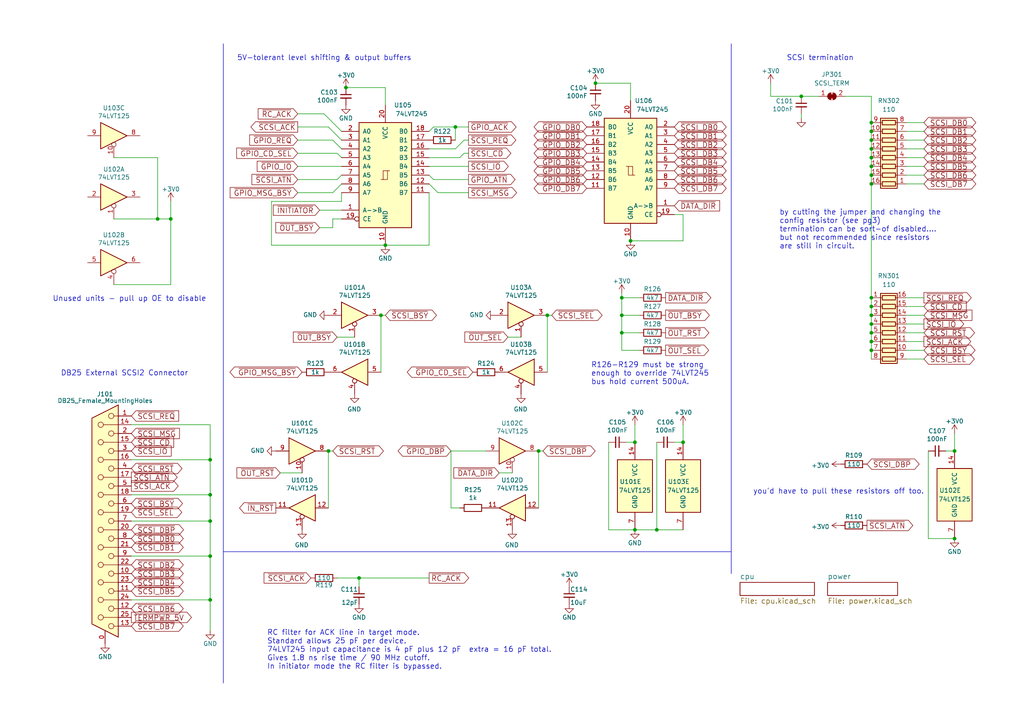
<source format=kicad_sch>
(kicad_sch (version 20230121) (generator eeschema)
  (paper "A4")
  (title_block (title "ZuluSCSI (TM) Pico OSHW") (date "2023-09-19") (rev "2023d") (company "(C) Rabbit Hole Computing ") (comment 1 "ZuluSCSI is a registered trademark of") (comment 2 "Descended from SCSI2SD") (comment 3 "Descended from SCSI2SD, with special thanks to Michael McMaster"))
  (junction (at 252.73 50.8))
  (junction (at 60.96 161.29))
  (junction (at 252.73 48.26))
  (junction (at 158.75 91.44))
  (junction (at 252.73 38.1))
  (junction (at 198.12 128.27))
  (junction (at 252.73 35.56))
  (junction (at 60.96 143.51))
  (junction (at 252.73 43.18))
  (junction (at 190.5 153.67))
  (junction (at 252.73 40.64))
  (junction (at 172.72 24.13))
  (junction (at 184.15 153.67))
  (junction (at 156.21 130.81))
  (junction (at 180.34 91.44))
  (junction (at 252.73 91.44))
  (junction (at 180.34 96.52))
  (junction (at 60.96 133.35))
  (junction (at 252.73 45.72))
  (junction (at 276.86 156.21))
  (junction (at 132.08 36.83))
  (junction (at 182.88 69.85))
  (junction (at 49.53 63.5))
  (junction (at 184.15 128.27))
  (junction (at 232.41 27.94))
  (junction (at 60.96 173.99))
  (junction (at 276.86 130.81))
  (junction (at 110.49 91.44))
  (junction (at 60.96 151.13))
  (junction (at 100.33 25.4))
  (junction (at 252.73 88.9))
  (junction (at 104.14 167.64))
  (junction (at 252.73 99.06))
  (junction (at 45.72 63.5))
  (junction (at 111.76 71.12))
  (junction (at 252.73 86.36))
  (junction (at 95.25 130.81))
  (junction (at 180.34 86.36))
  (junction (at 252.73 96.52))
  (junction (at 252.73 93.98))
  (junction (at 252.73 101.6))
  (junction (at 252.73 53.34))
  (wire (pts (xy 49.53 58.42) (xy 49.53 63.5)))
  (wire (pts (xy 190.5 153.67) (xy 198.12 153.67)))
  (wire (pts (xy 184.15 153.67) (xy 190.5 153.67)))
  (wire (pts (xy 262.89 53.34) (xy 267.97 53.34)))
  (wire (pts (xy 49.53 63.5) (xy 49.53 82.55)))
  (wire (pts (xy 110.49 91.44) (xy 110.49 107.95)))
  (wire (pts (xy 276.86 130.81) (xy 274.32 130.81)))
  (wire (pts (xy 269.24 130.81) (xy 269.24 156.21)))
  (wire (pts (xy 252.73 93.98) (xy 252.73 96.52)))
  (wire (pts (xy 134.62 40.64) (xy 132.08 43.18)))
  (wire (pts (xy 252.73 43.18) (xy 252.73 45.72)))
  (wire (pts (xy 262.89 91.44) (xy 267.97 91.44)))
  (wire (pts (xy 124.46 48.26) (xy 135.89 48.26)))
  (wire (pts (xy 232.41 27.94) (xy 223.52 27.94)))
  (wire (pts (xy 60.96 143.51) (xy 60.96 151.13)))
  (wire (pts (xy 252.73 27.94) (xy 252.73 35.56)))
  (wire (pts (xy 252.73 35.56) (xy 252.73 38.1)))
  (wire (pts (xy 45.72 63.5) (xy 49.53 63.5)))
  (wire (pts (xy 38.1 123.19) (xy 60.96 123.19)))
  (wire (pts (xy 78.74 58.42) (xy 78.74 71.12)))
  (wire (pts (xy 86.36 55.88) (xy 96.52 55.88)))
  (wire (pts (xy 60.96 161.29) (xy 60.96 173.99)))
  (wire (pts (xy 92.71 60.96) (xy 99.06 60.96)))
  (wire (pts (xy 262.89 86.36) (xy 267.97 86.36)))
  (wire (pts (xy 132.08 43.18) (xy 124.46 43.18)))
  (wire (pts (xy 176.53 153.67) (xy 184.15 153.67)))
  (wire (pts (xy 60.96 123.19) (xy 60.96 133.35)))
  (wire (pts (xy 60.96 173.99) (xy 60.96 182.88)))
  (wire (pts (xy 252.73 50.8) (xy 252.73 53.34)))
  (wire (pts (xy 252.73 45.72) (xy 252.73 48.26)))
  (wire (pts (xy 262.89 93.98) (xy 267.97 93.98)))
  (wire (pts (xy 223.52 24.13) (xy 223.52 27.94)))
  (wire (pts (xy 38.1 143.51) (xy 60.96 143.51)))
  (wire (pts (xy 182.88 24.13) (xy 182.88 29.21)))
  (wire (pts (xy 262.89 35.56) (xy 267.97 35.56)))
  (wire (pts (xy 104.14 170.18) (xy 104.14 167.64)))
  (wire (pts (xy 180.34 101.6) (xy 180.34 96.52)))
  (wire (pts (xy 252.73 101.6) (xy 252.73 104.14)))
  (wire (pts (xy 99.06 55.88) (xy 99.06 58.42)))
  (wire (pts (xy 262.89 48.26) (xy 267.97 48.26)))
  (wire (pts (xy 262.89 38.1) (xy 267.97 38.1)))
  (wire (pts (xy 97.79 44.45) (xy 99.06 45.72)))
  (wire (pts (xy 95.25 36.83) (xy 99.06 40.64)))
  (wire (pts (xy 252.73 86.36) (xy 252.73 88.9)))
  (wire (pts (xy 252.73 38.1) (xy 252.73 40.64)))
  (wire (pts (xy 198.12 69.85) (xy 182.88 69.85)))
  (wire (pts (xy 232.41 27.94) (xy 237.49 27.94)))
  (wire (pts (xy 262.89 99.06) (xy 267.97 99.06)))
  (wire (pts (xy 262.89 88.9) (xy 267.97 88.9)))
  (wire (pts (xy 262.89 40.64) (xy 267.97 40.64)))
  (wire (pts (xy 252.73 53.34) (xy 252.73 86.36)))
  (wire (pts (xy 132.08 36.83) (xy 125.73 36.83)))
  (wire (pts (xy 99.06 38.1) (xy 93.98 33.02)))
  (wire (pts (xy 95.25 130.81) (xy 95.25 147.32)))
  (wire (pts (xy 144.78 107.95) (xy 143.51 107.95)))
  (wire (pts (xy 198.12 62.23) (xy 198.12 69.85)))
  (polyline (pts (xy 64.77 198.12) (xy 64.77 12.7)))
  (wire (pts (xy 111.76 71.12) (xy 124.46 71.12)))
  (wire (pts (xy 158.75 91.44) (xy 158.75 107.95)))
  (wire (pts (xy 198.12 128.27) (xy 195.58 128.27)))
  (wire (pts (xy 60.96 151.13) (xy 60.96 161.29)))
  (wire (pts (xy 232.41 33.02) (xy 232.41 34.29)))
  (wire (pts (xy 134.62 44.45) (xy 135.89 44.45)))
  (wire (pts (xy 252.73 88.9) (xy 252.73 91.44)))
  (wire (pts (xy 262.89 45.72) (xy 267.97 45.72)))
  (wire (pts (xy 104.14 167.64) (xy 97.79 167.64)))
  (wire (pts (xy 252.73 48.26) (xy 252.73 50.8)))
  (wire (pts (xy 33.02 82.55) (xy 49.53 82.55)))
  (wire (pts (xy 185.42 86.36) (xy 180.34 86.36)))
  (wire (pts (xy 160.02 91.44) (xy 158.75 91.44)))
  (wire (pts (xy 45.72 45.72) (xy 33.02 45.72)))
  (wire (pts (xy 262.89 104.14) (xy 267.97 104.14)))
  (wire (pts (xy 97.79 52.07) (xy 99.06 50.8)))
  (wire (pts (xy 130.81 130.81) (xy 140.97 130.81)))
  (wire (pts (xy 180.34 91.44) (xy 180.34 86.36)))
  (wire (pts (xy 111.76 25.4) (xy 111.76 30.48)))
  (wire (pts (xy 181.61 128.27) (xy 184.15 128.27)))
  (wire (pts (xy 96.52 130.81) (xy 95.25 130.81)))
  (wire (pts (xy 86.36 48.26) (xy 99.06 48.26)))
  (wire (pts (xy 60.96 133.35) (xy 60.96 143.51)))
  (wire (pts (xy 100.33 25.4) (xy 111.76 25.4)))
  (wire (pts (xy 195.58 62.23) (xy 198.12 62.23)))
  (wire (pts (xy 252.73 91.44) (xy 252.73 93.98)))
  (wire (pts (xy 104.14 167.64) (xy 124.46 167.64)))
  (wire (pts (xy 185.42 101.6) (xy 180.34 101.6)))
  (wire (pts (xy 262.89 43.18) (xy 267.97 43.18)))
  (wire (pts (xy 185.42 96.52) (xy 180.34 96.52)))
  (wire (pts (xy 157.48 130.81) (xy 156.21 130.81)))
  (wire (pts (xy 33.02 63.5) (xy 45.72 63.5)))
  (wire (pts (xy 252.73 96.52) (xy 252.73 99.06)))
  (wire (pts (xy 124.46 45.72) (xy 133.35 45.72)))
  (wire (pts (xy 190.5 128.27) (xy 190.5 153.67)))
  (wire (pts (xy 111.76 91.44) (xy 110.49 91.44)))
  (wire (pts (xy 135.89 40.64) (xy 134.62 40.64)))
  (wire (pts (xy 86.36 36.83) (xy 95.25 36.83)))
  (wire (pts (xy 97.79 97.79) (xy 102.87 97.79)))
  (wire (pts (xy 124.46 71.12) (xy 124.46 55.88)))
  (wire (pts (xy 86.36 44.45) (xy 97.79 44.45)))
  (wire (pts (xy 172.72 24.13) (xy 182.88 24.13)))
  (wire (pts (xy 269.24 156.21) (xy 276.86 156.21)))
  (wire (pts (xy 262.89 101.6) (xy 267.97 101.6)))
  (wire (pts (xy 132.08 36.83) (xy 135.89 36.83)))
  (wire (pts (xy 96.52 40.64) (xy 86.36 40.64)))
  (wire (pts (xy 130.81 147.32) (xy 130.81 130.81)))
  (polyline (pts (xy 212.09 12.7) (xy 212.09 166.37)))
  (wire (pts (xy 245.11 27.94) (xy 252.73 27.94)))
  (wire (pts (xy 252.73 40.64) (xy 252.73 43.18)))
  (wire (pts (xy 176.53 128.27) (xy 176.53 153.67)))
  (wire (pts (xy 156.21 130.81) (xy 156.21 147.32)))
  (wire (pts (xy 133.35 45.72) (xy 134.62 44.45)))
  (wire (pts (xy 125.73 52.07) (xy 135.89 52.07)))
  (polyline (pts (xy 64.77 160.02) (xy 212.09 160.02)))
  (wire (pts (xy 184.15 128.27) (xy 184.15 123.19)))
  (wire (pts (xy 96.52 63.5) (xy 99.06 63.5)))
  (wire (pts (xy 38.1 161.29) (xy 60.96 161.29)))
  (wire (pts (xy 127 55.88) (xy 135.89 55.88)))
  (wire (pts (xy 45.72 63.5) (xy 45.72 45.72)))
  (wire (pts (xy 180.34 86.36) (xy 180.34 85.09)))
  (wire (pts (xy 96.52 55.88) (xy 99.06 53.34)))
  (wire (pts (xy 185.42 91.44) (xy 180.34 91.44)))
  (wire (pts (xy 276.86 125.73) (xy 276.86 130.81)))
  (wire (pts (xy 132.08 40.64) (xy 132.08 36.83)))
  (wire (pts (xy 38.1 173.99) (xy 60.96 173.99)))
  (wire (pts (xy 252.73 99.06) (xy 252.73 101.6)))
  (wire (pts (xy 125.73 36.83) (xy 124.46 38.1)))
  (wire (pts (xy 180.34 96.52) (xy 180.34 91.44)))
  (wire (pts (xy 93.98 33.02) (xy 86.36 33.02)))
  (wire (pts (xy 130.81 147.32) (xy 133.35 147.32)))
  (wire (pts (xy 92.71 66.04) (xy 96.52 66.04)))
  (wire (pts (xy 78.74 71.12) (xy 111.76 71.12)))
  (wire (pts (xy 99.06 58.42) (xy 78.74 58.42)))
  (wire (pts (xy 262.89 96.52) (xy 267.97 96.52)))
  (wire (pts (xy 144.78 137.16) (xy 148.59 137.16)))
  (wire (pts (xy 96.52 66.04) (xy 96.52 63.5)))
  (wire (pts (xy 99.06 43.18) (xy 96.52 40.64)))
  (wire (pts (xy 147.32 97.79) (xy 151.13 97.79)))
  (wire (pts (xy 198.12 123.19) (xy 198.12 128.27)))
  (wire (pts (xy 38.1 133.35) (xy 60.96 133.35)))
  (wire (pts (xy 81.28 137.16) (xy 87.63 137.16)))
  (wire (pts (xy 86.36 52.07) (xy 97.79 52.07)))
  (wire (pts (xy 262.89 50.8) (xy 267.97 50.8)))
  (wire (pts (xy 38.1 151.13) (xy 60.96 151.13)))
  (wire (pts (xy 125.73 52.07) (xy 124.46 50.8)))
  (wire (pts (xy 127 55.88) (xy 124.46 53.34)))
  (text "SCSI termination" (at 247.65 17.78 0) (effects (font (size 1.524 1.524)) (justify right bottom)))
  (text "R126-R129 must be strong\nenough to override 74LVT245\nbus hold current 500uA." (at 171.45 111.76 0) (effects (font (size 1.524 1.524)) (justify left bottom)))
  (text "5V-tolerant level shifting & output buffers" (at 119.38 17.78 0) (effects (font (size 1.524 1.524)) (justify right bottom)))
  (text "you'd have to pull these resistors off too." (at 218.44 143.51 0) (effects (font (size 1.524 1.524)) (justify left bottom)))
  (text "by cutting the jumper and changing the \nconfig resistor (see pg3)\ntermination can be sort-of disabled.... \nbut not recommended since resistors \nare still in circuit." (at 226.06 72.39 0) (effects (font (size 1.524 1.524)) (justify left bottom)))
  (text "Unused units - pull up OE to disable\n" (at 15.24 87.63 0) (effects (font (size 1.524 1.524)) (justify left bottom)))
  (text "DB25 External SCSI2 Connector" (at 54.61 109.22 0) (effects (font (size 1.524 1.524)) (justify right bottom)))
  (text "RC filter for ACK line in target mode.\nStandard allows 25 pF per device.\n74LVT245 input capacitance is 4 pF plus 12 pF  extra = 16 pF total.\nGives 1.8 ns rise time / 90 MHz cutoff.\nIn initiator mode the RC filter is bypassed." (at 77.47 194.31 0) (effects (font (size 1.524 1.524)) (justify left bottom)))
  (global_label "~{OUT_BSY}" (shape input) (at 97.79 97.79 180) (effects (font (size 1.524 1.524))) (property "Intersheetrefs" "${INTERSHEET_REFS}" (effects hide)))
  (global_label "~{OUT_SEL}" (shape output) (at 193.04 101.6 0) (effects (font (size 1.524 1.524))) (property "Intersheetrefs" "${INTERSHEET_REFS}" (effects hide)))
  (global_label "TERMPWR_5V" (shape output) (at 38.1 179.07 0) (effects (font (size 1.524 1.524))) (property "Intersheetrefs" "${INTERSHEET_REFS}" (effects hide)))
  (global_label "~{SCSI_DB5}" (shape bidirectional) (at 267.97 48.26 0) (effects (font (size 1.524 1.524))) (property "Intersheetrefs" "${INTERSHEET_REFS}" (effects hide)))
  (global_label "~{SCSI_DB7}" (shape bidirectional) (at 38.1 181.61 0) (effects (font (size 1.524 1.524))) (property "Intersheetrefs" "${INTERSHEET_REFS}" (effects hide)))
  (global_label "~{SCSI_DB1}" (shape bidirectional) (at 195.58 39.37 0) (effects (font (size 1.524 1.524))) (property "Intersheetrefs" "${INTERSHEET_REFS}" (effects hide)))
  (global_label "~{SCSI_DBP}" (shape bidirectional) (at 251.46 134.62 0) (effects (font (size 1.524 1.524))) (property "Intersheetrefs" "${INTERSHEET_REFS}" (effects hide)))
  (global_label "~{SCSI_IO}" (shape output) (at 135.89 48.26 0) (effects (font (size 1.524 1.524))) (property "Intersheetrefs" "${INTERSHEET_REFS}" (effects hide)))
  (global_label "~{SCSI_CD}" (shape input) (at 38.1 128.27 0) (effects (font (size 1.524 1.524))) (property "Intersheetrefs" "${INTERSHEET_REFS}" (effects hide)))
  (global_label "~{SCSI_ATN}" (shape output) (at 251.46 152.4 0) (effects (font (size 1.524 1.524))) (property "Intersheetrefs" "${INTERSHEET_REFS}" (effects hide)))
  (global_label "~{SCSI_MSG}" (shape input) (at 38.1 125.73 0) (effects (font (size 1.524 1.524))) (property "Intersheetrefs" "${INTERSHEET_REFS}" (effects hide)))
  (global_label "~{GPIO_DB4}" (shape bidirectional) (at 170.18 46.99 180) (effects (font (size 1.524 1.524))) (property "Intersheetrefs" "${INTERSHEET_REFS}" (effects hide)))
  (global_label "~{DATA_DIR}" (shape input) (at 144.78 137.16 180) (effects (font (size 1.524 1.524))) (property "Intersheetrefs" "${INTERSHEET_REFS}" (effects hide)))
  (global_label "~{SCSI_REQ}" (shape output) (at 135.89 40.64 0) (effects (font (size 1.524 1.524))) (property "Intersheetrefs" "${INTERSHEET_REFS}" (effects hide)))
  (global_label "~{SCSI_MSG}" (shape input) (at 267.97 91.44 0) (effects (font (size 1.524 1.524))) (property "Intersheetrefs" "${INTERSHEET_REFS}" (effects hide)))
  (global_label "~{SCSI_IO}" (shape output) (at 267.97 93.98 0) (effects (font (size 1.524 1.524))) (property "Intersheetrefs" "${INTERSHEET_REFS}" (effects hide)))
  (global_label "~{DATA_DIR}" (shape output) (at 193.04 86.36 0) (effects (font (size 1.524 1.524))) (property "Intersheetrefs" "${INTERSHEET_REFS}" (effects hide)))
  (global_label "~{GPIO_ACK}" (shape output) (at 135.89 36.83 0) (effects (font (size 1.524 1.524))) (property "Intersheetrefs" "${INTERSHEET_REFS}" (effects hide)))
  (global_label "~{INITIATOR}" (shape input) (at 92.71 60.96 180) (effects (font (size 1.524 1.524))) (property "Intersheetrefs" "${INTERSHEET_REFS}" (effects hide)))
  (global_label "~{SCSI_DB0}" (shape bidirectional) (at 195.58 36.83 0) (effects (font (size 1.524 1.524))) (property "Intersheetrefs" "${INTERSHEET_REFS}" (effects hide)))
  (global_label "~{SCSI_DBP}" (shape bidirectional) (at 157.48 130.81 0) (effects (font (size 1.524 1.524))) (property "Intersheetrefs" "${INTERSHEET_REFS}" (effects hide)))
  (global_label "~{SCSI_DB6}" (shape bidirectional) (at 195.58 52.07 0) (effects (font (size 1.524 1.524))) (property "Intersheetrefs" "${INTERSHEET_REFS}" (effects hide)))
  (global_label "~{OUT_BSY}" (shape output) (at 193.04 91.44 0) (effects (font (size 1.524 1.524))) (property "Intersheetrefs" "${INTERSHEET_REFS}" (effects hide)))
  (global_label "~{SCSI_SEL}" (shape bidirectional) (at 267.97 104.14 0) (effects (font (size 1.524 1.524))) (property "Intersheetrefs" "${INTERSHEET_REFS}" (effects hide)))
  (global_label "~{OUT_SEL}" (shape input) (at 147.32 97.79 180) (effects (font (size 1.524 1.524))) (property "Intersheetrefs" "${INTERSHEET_REFS}" (effects hide)))
  (global_label "~{SCSI_DB3}" (shape bidirectional) (at 267.97 43.18 0) (effects (font (size 1.524 1.524))) (property "Intersheetrefs" "${INTERSHEET_REFS}" (effects hide)))
  (global_label "~{GPIO_DB7}" (shape bidirectional) (at 170.18 54.61 180) (effects (font (size 1.524 1.524))) (property "Intersheetrefs" "${INTERSHEET_REFS}" (effects hide)))
  (global_label "~{SCSI_ACK}" (shape output) (at 267.97 99.06 0) (effects (font (size 1.524 1.524))) (property "Intersheetrefs" "${INTERSHEET_REFS}" (effects hide)))
  (global_label "~{SCSI_DB6}" (shape bidirectional) (at 38.1 176.53 0) (effects (font (size 1.524 1.524))) (property "Intersheetrefs" "${INTERSHEET_REFS}" (effects hide)))
  (global_label "~{SCSI_RST}" (shape bidirectional) (at 96.52 130.81 0) (effects (font (size 1.524 1.524))) (property "Intersheetrefs" "${INTERSHEET_REFS}" (effects hide)))
  (global_label "~{GPIO_IO}" (shape input) (at 86.36 48.26 180) (effects (font (size 1.524 1.524))) (property "Intersheetrefs" "${INTERSHEET_REFS}" (effects hide)))
  (global_label "~{SCSI_BSY}" (shape bidirectional) (at 38.1 146.05 0) (effects (font (size 1.524 1.524))) (property "Intersheetrefs" "${INTERSHEET_REFS}" (effects hide)))
  (global_label "~{GPIO_DB5}" (shape bidirectional) (at 170.18 49.53 180) (effects (font (size 1.524 1.524))) (property "Intersheetrefs" "${INTERSHEET_REFS}" (effects hide)))
  (global_label "~{DATA_DIR}" (shape input) (at 195.58 59.69 0) (effects (font (size 1.524 1.524))) (property "Intersheetrefs" "${INTERSHEET_REFS}" (effects hide)))
  (global_label "~{SCSI_REQ}" (shape input) (at 38.1 120.65 0) (effects (font (size 1.524 1.524))) (property "Intersheetrefs" "${INTERSHEET_REFS}" (effects hide)))
  (global_label "~{SCSI_DB0}" (shape bidirectional) (at 38.1 156.21 0) (effects (font (size 1.524 1.524))) (property "Intersheetrefs" "${INTERSHEET_REFS}" (effects hide)))
  (global_label "~{SCSI_ATN}" (shape output) (at 38.1 138.43 0) (effects (font (size 1.524 1.524))) (property "Intersheetrefs" "${INTERSHEET_REFS}" (effects hide)))
  (global_label "~{SCSI_ACK}" (shape output) (at 86.36 36.83 180) (effects (font (size 1.524 1.524))) (property "Intersheetrefs" "${INTERSHEET_REFS}" (effects hide)))
  (global_label "~{SCSI_DB2}" (shape bidirectional) (at 38.1 163.83 0) (effects (font (size 1.524 1.524))) (property "Intersheetrefs" "${INTERSHEET_REFS}" (effects hide)))
  (global_label "~{SCSI_CD}" (shape input) (at 267.97 88.9 0) (effects (font (size 1.524 1.524))) (property "Intersheetrefs" "${INTERSHEET_REFS}" (effects hide)))
  (global_label "~{GPIO_DB2}" (shape bidirectional) (at 170.18 41.91 180) (effects (font (size 1.524 1.524))) (property "Intersheetrefs" "${INTERSHEET_REFS}" (effects hide)))
  (global_label "~{SCSI_REQ}" (shape output) (at 267.97 86.36 0) (effects (font (size 1.524 1.524))) (property "Intersheetrefs" "${INTERSHEET_REFS}" (effects hide)))
  (global_label "~{SCSI_DB2}" (shape bidirectional) (at 195.58 41.91 0) (effects (font (size 1.524 1.524))) (property "Intersheetrefs" "${INTERSHEET_REFS}" (effects hide)))
  (global_label "~{SCSI_DB5}" (shape bidirectional) (at 195.58 49.53 0) (effects (font (size 1.524 1.524))) (property "Intersheetrefs" "${INTERSHEET_REFS}" (effects hide)))
  (global_label "~{SCSI_DB0}" (shape bidirectional) (at 267.97 35.56 0) (effects (font (size 1.524 1.524))) (property "Intersheetrefs" "${INTERSHEET_REFS}" (effects hide)))
  (global_label "~{RC_ACK}" (shape input) (at 86.36 33.02 180) (effects (font (size 1.524 1.524))) (property "Intersheetrefs" "${INTERSHEET_REFS}" (effects hide)))
  (global_label "~{RC_ACK}" (shape output) (at 124.46 167.64 0) (effects (font (size 1.524 1.524))) (property "Intersheetrefs" "${INTERSHEET_REFS}" (effects hide)))
  (global_label "~{SCSI_CD}" (shape output) (at 135.89 44.45 0) (effects (font (size 1.524 1.524))) (property "Intersheetrefs" "${INTERSHEET_REFS}" (effects hide)))
  (global_label "~{SCSI_BSY}" (shape bidirectional) (at 111.76 91.44 0) (effects (font (size 1.524 1.524))) (property "Intersheetrefs" "${INTERSHEET_REFS}" (effects hide)))
  (global_label "~{SCSI_DB7}" (shape bidirectional) (at 195.58 54.61 0) (effects (font (size 1.524 1.524))) (property "Intersheetrefs" "${INTERSHEET_REFS}" (effects hide)))
  (global_label "~{SCSI_SEL}" (shape bidirectional) (at 38.1 148.59 0) (effects (font (size 1.524 1.524))) (property "Intersheetrefs" "${INTERSHEET_REFS}" (effects hide)))
  (global_label "~{IN_RST}" (shape output) (at 80.01 147.32 180) (effects (font (size 1.524 1.524))) (property "Intersheetrefs" "${INTERSHEET_REFS}" (effects hide)))
  (global_label "~{SCSI_DB4}" (shape bidirectional) (at 38.1 168.91 0) (effects (font (size 1.524 1.524))) (property "Intersheetrefs" "${INTERSHEET_REFS}" (effects hide)))
  (global_label "~{SCSI_DBP}" (shape bidirectional) (at 38.1 153.67 0) (effects (font (size 1.524 1.524))) (property "Intersheetrefs" "${INTERSHEET_REFS}" (effects hide)))
  (global_label "~{GPIO_MSG_BSY}" (shape input) (at 86.36 55.88 180) (effects (font (size 1.524 1.524))) (property "Intersheetrefs" "${INTERSHEET_REFS}" (effects hide)))
  (global_label "~{GPIO_DBP}" (shape bidirectional) (at 130.81 130.81 180) (effects (font (size 1.524 1.524))) (property "Intersheetrefs" "${INTERSHEET_REFS}" (effects hide)))
  (global_label "~{GPIO_DB0}" (shape bidirectional) (at 170.18 36.83 180) (effects (font (size 1.524 1.524))) (property "Intersheetrefs" "${INTERSHEET_REFS}" (effects hide)))
  (global_label "~{GPIO_ATN}" (shape output) (at 135.89 52.07 0) (effects (font (size 1.524 1.524))) (property "Intersheetrefs" "${INTERSHEET_REFS}" (effects hide)))
  (global_label "~{SCSI_ATN}" (shape input) (at 86.36 52.07 180) (effects (font (size 1.524 1.524))) (property "Intersheetrefs" "${INTERSHEET_REFS}" (effects hide)))
  (global_label "~{SCSI_DB1}" (shape bidirectional) (at 38.1 158.75 0) (effects (font (size 1.524 1.524))) (property "Intersheetrefs" "${INTERSHEET_REFS}" (effects hide)))
  (global_label "~{GPIO_MSG_BSY}" (shape bidirectional) (at 87.63 107.95 180) (effects (font (size 1.524 1.524))) (property "Intersheetrefs" "${INTERSHEET_REFS}" (effects hide)))
  (global_label "~{SCSI_ACK}" (shape output) (at 38.1 140.97 0) (effects (font (size 1.524 1.524))) (property "Intersheetrefs" "${INTERSHEET_REFS}" (effects hide)))
  (global_label "~{OUT_BSY}" (shape input) (at 92.71 66.04 180) (effects (font (size 1.524 1.524))) (property "Intersheetrefs" "${INTERSHEET_REFS}" (effects hide)))
  (global_label "~{SCSI_BSY}" (shape bidirectional) (at 267.97 101.6 0) (effects (font (size 1.524 1.524))) (property "Intersheetrefs" "${INTERSHEET_REFS}" (effects hide)))
  (global_label "~{GPIO_DB3}" (shape bidirectional) (at 170.18 44.45 180) (effects (font (size 1.524 1.524))) (property "Intersheetrefs" "${INTERSHEET_REFS}" (effects hide)))
  (global_label "~{SCSI_DB7}" (shape bidirectional) (at 267.97 53.34 0) (effects (font (size 1.524 1.524))) (property "Intersheetrefs" "${INTERSHEET_REFS}" (effects hide)))
  (global_label "~{SCSI_DB4}" (shape bidirectional) (at 267.97 45.72 0) (effects (font (size 1.524 1.524))) (property "Intersheetrefs" "${INTERSHEET_REFS}" (effects hide)))
  (global_label "~{SCSI_DB5}" (shape bidirectional) (at 38.1 171.45 0) (effects (font (size 1.524 1.524))) (property "Intersheetrefs" "${INTERSHEET_REFS}" (effects hide)))
  (global_label "~{SCSI_DB4}" (shape bidirectional) (at 195.58 46.99 0) (effects (font (size 1.524 1.524))) (property "Intersheetrefs" "${INTERSHEET_REFS}" (effects hide)))
  (global_label "~{GPIO_CD_SEL}" (shape bidirectional) (at 137.16 107.95 180) (effects (font (size 1.524 1.524))) (property "Intersheetrefs" "${INTERSHEET_REFS}" (effects hide)))
  (global_label "~{SCSI_DB6}" (shape bidirectional) (at 267.97 50.8 0) (effects (font (size 1.524 1.524))) (property "Intersheetrefs" "${INTERSHEET_REFS}" (effects hide)))
  (global_label "~{SCSI_RST}" (shape bidirectional) (at 38.1 135.89 0) (effects (font (size 1.524 1.524))) (property "Intersheetrefs" "${INTERSHEET_REFS}" (effects hide)))
  (global_label "~{SCSI_DB3}" (shape bidirectional) (at 38.1 166.37 0) (effects (font (size 1.524 1.524))) (property "Intersheetrefs" "${INTERSHEET_REFS}" (effects hide)))
  (global_label "~{GPIO_REQ}" (shape input) (at 86.36 40.64 180) (effects (font (size 1.524 1.524))) (property "Intersheetrefs" "${INTERSHEET_REFS}" (effects hide)))
  (global_label "~{SCSI_DB3}" (shape bidirectional) (at 195.58 44.45 0) (effects (font (size 1.524 1.524))) (property "Intersheetrefs" "${INTERSHEET_REFS}" (effects hide)))
  (global_label "~{OUT_RST}" (shape input) (at 81.28 137.16 180) (effects (font (size 1.524 1.524))) (property "Intersheetrefs" "${INTERSHEET_REFS}" (effects hide)))
  (global_label "~{SCSI_IO}" (shape input) (at 38.1 130.81 0) (effects (font (size 1.524 1.524))) (property "Intersheetrefs" "${INTERSHEET_REFS}" (effects hide)))
  (global_label "~{SCSI_RST}" (shape bidirectional) (at 267.97 96.52 0) (effects (font (size 1.524 1.524))) (property "Intersheetrefs" "${INTERSHEET_REFS}" (effects hide)))
  (global_label "~{OUT_RST}" (shape output) (at 193.04 96.52 0) (effects (font (size 1.524 1.524))) (property "Intersheetrefs" "${INTERSHEET_REFS}" (effects hide)))
  (global_label "~{SCSI_SEL}" (shape bidirectional) (at 160.02 91.44 0) (effects (font (size 1.524 1.524))) (property "Intersheetrefs" "${INTERSHEET_REFS}" (effects hide)))
  (global_label "~{SCSI_DB2}" (shape bidirectional) (at 267.97 40.64 0) (effects (font (size 1.524 1.524))) (property "Intersheetrefs" "${INTERSHEET_REFS}" (effects hide)))
  (global_label "~{SCSI_ACK}" (shape input) (at 90.17 167.64 180) (effects (font (size 1.524 1.524))) (property "Intersheetrefs" "${INTERSHEET_REFS}" (effects hide)))
  (global_label "~{GPIO_CD_SEL}" (shape input) (at 86.36 44.45 180) (effects (font (size 1.524 1.524))) (property "Intersheetrefs" "${INTERSHEET_REFS}" (effects hide)))
  (global_label "~{GPIO_DB6}" (shape bidirectional) (at 170.18 52.07 180) (effects (font (size 1.524 1.524))) (property "Intersheetrefs" "${INTERSHEET_REFS}" (effects hide)))
  (global_label "~{GPIO_DB1}" (shape bidirectional) (at 170.18 39.37 180) (effects (font (size 1.524 1.524))) (property "Intersheetrefs" "${INTERSHEET_REFS}" (effects hide)))
  (global_label "~{SCSI_DB1}" (shape bidirectional) (at 267.97 38.1 0) (effects (font (size 1.524 1.524))) (property "Intersheetrefs" "${INTERSHEET_REFS}" (effects hide)))
  (global_label "~{SCSI_MSG}" (shape output) (at 135.89 55.88 0) (effects (font (size 1.524 1.524))) (property "Intersheetrefs" "${INTERSHEET_REFS}" (effects hide)))
  (symbol (lib_id "zuluscsi-rescue:C_Small") (at 165.1 172.72 0) (unit 1)
    (property "Reference" "C114" (at 165.354 170.942 0) (effects (justify left)))
    (property "Value" "10uF" (at 165.354 174.752 0) (effects (justify left)))
    (property "Footprint" "Capacitor_SMD:C_0805_2012Metric" (effects hide))
    (property "LCSC" "C15850" (effects hide))
    (property "Manufacturer" "Samsung" (effects hide))
    (property "PartNumber" "CL21A106KPFNNNG" (effects hide))
    (property "digikey" "1276-6456-1-ND " (effects hide))
  )
  (symbol (lib_id "zuluscsi-rescue:GND") (at 165.1 175.26 0) (unit 1)
    (property "Reference" "#PWR059" (effects hide))
    (property "Value" "GND" (at 165.1 179.07 0))
  )
  (symbol (lib_id "zuluscsi-rescue:+3V0") (at 165.1 170.18 0) (unit 1)
    (property "Reference" "#PWR07" (effects hide))
    (property "Value" "+3V0" (at 165.1 166.624 0))
  )
  (symbol (lib_id "zuluscsi-rescue:DB25_Female_MountingHoles") (at 30.48 151.13 0) (mirror y) (unit 1)
    (property "Reference" "J101" (at 30.48 114.3 0))
    (property "Value" "DB25_Female_MountingHoles" (at 30.48 116.205 0))
    (property "Footprint" "Connector_Dsub:DSUB-25_Female_Horizontal_P2.77x2.84mm_EdgePinOffset9.90mm_Housed_MountingHolesOffset11.32mm" (effects hide))
    (property "LCSC" "N/A" (effects hide))
    (property "JLCPCB_IGNORE" "do not fit" (effects hide))
  )
  (symbol (lib_id "zuluscsi-rescue:C_Small") (at 172.72 26.67 0) (unit 1)
    (property "Reference" "C104" (at 170.4086 25.5016 0) (effects (justify right)))
    (property "Value" "100nF" (at 170.4086 27.813 0) (effects (justify right)))
    (property "Footprint" "Capacitor_SMD:C_0603_1608Metric" (effects hide))
    (property "LCSC" "C14663" (effects hide))
    (property "Manufacturer" "Samsung" (effects hide))
    (property "PartNumber" "CL10B104KB8NNWC" (effects hide))
    (property "digikey" "1276-1935-1-ND" (effects hide))
  )
  (symbol (lib_id "zuluscsi-rescue:C_Small") (at 193.04 128.27 90) (mirror x) (unit 1)
    (property "Reference" "C106" (at 193.04 122.4534 90))
    (property "Value" "100nF" (at 193.04 124.7648 90))
    (property "Footprint" "Capacitor_SMD:C_0603_1608Metric" (effects hide))
    (property "LCSC" "C14663" (effects hide))
    (property "Manufacturer" "Samsung" (effects hide))
    (property "PartNumber" "CL10B104KB8NNWC" (effects hide))
    (property "digikey" "1276-1935-1-ND" (effects hide))
  )
  (symbol (lib_id "zuluscsi-rescue:C_Small") (at 232.41 30.48 0) (mirror y) (unit 1)
    (property "Reference" "C101" (at 230.0986 29.3116 0) (effects (justify left)))
    (property "Value" "100nF" (at 230.0986 31.623 0) (effects (justify left)))
    (property "Footprint" "Capacitor_SMD:C_0603_1608Metric" (effects hide))
    (property "LCSC" "C14663" (effects hide))
    (property "Manufacturer" "Samsung" (effects hide))
    (property "PartNumber" "CL10B104KB8NNWC" (effects hide))
    (property "digikey" "1276-1935-1-ND" (effects hide))
  )
  (symbol (lib_id "zuluscsi-rescue:C_Small") (at 179.07 128.27 270) (unit 1)
    (property "Reference" "C105" (at 179.07 122.4534 90))
    (property "Value" "100nF" (at 179.07 124.7648 90))
    (property "Footprint" "Capacitor_SMD:C_0603_1608Metric" (effects hide))
    (property "LCSC" "C14663" (effects hide))
    (property "Manufacturer" "Samsung" (effects hide))
    (property "PartNumber" "CL10B104KB8NNWC" (effects hide))
    (property "digikey" "1276-1935-1-ND" (effects hide))
  )
  (symbol (lib_id "zuluscsi-rescue:R") (at 247.65 134.62 270) (unit 1)
    (property "Reference" "R109" (at 247.65 132.08 90))
    (property "Value" "110" (at 247.65 134.62 90))
    (property "Footprint" "Resistor_SMD:R_0603_1608Metric" (effects hide))
    (property "LCSC" "C22781" (effects hide))
    (property "Manufacturer" "Yageo" (effects hide))
    (property "PartNumber" "RC0603FR-07110RL" (effects hide))
    (property "digikey" "311-110HRTR-ND" (effects hide))
  )
  (symbol (lib_id "zuluscsi-rescue:R") (at 247.65 152.4 270) (unit 1)
    (property "Reference" "R110" (at 247.65 149.86 90))
    (property "Value" "110" (at 247.65 152.4 90))
    (property "Footprint" "Resistor_SMD:R_0603_1608Metric" (effects hide))
    (property "LCSC" "C22781" (effects hide))
    (property "Manufacturer" "Yageo" (effects hide))
    (property "PartNumber" "RC0603FR-07110RL" (effects hide))
    (property "digikey" "311-110HRTR-ND" (effects hide))
  )
  (symbol (lib_id "zuluscsi-rescue:C_Small") (at 271.78 130.81 90) (unit 1)
    (property "Reference" "C107" (at 271.78 124.9934 90))
    (property "Value" "100nF" (at 271.78 127.3048 90))
    (property "Footprint" "Capacitor_SMD:C_0603_1608Metric" (effects hide))
    (property "LCSC" "C14663" (effects hide))
    (property "Manufacturer" "Samsung" (effects hide))
    (property "PartNumber" "CL10B104KB8NNWC" (effects hide))
    (property "digikey" "1276-1935-1-ND" (effects hide))
  )
  (symbol (lib_id "zuluscsi-rescue:C_Small") (at 100.33 27.94 0) (unit 1)
    (property "Reference" "C103" (at 98.0186 26.7716 0) (effects (justify right)))
    (property "Value" "100nF" (at 98.0186 29.083 0) (effects (justify right)))
    (property "Footprint" "Capacitor_SMD:C_0603_1608Metric" (effects hide))
    (property "LCSC" "C14663" (effects hide))
    (property "Manufacturer" "Samsung" (effects hide))
    (property "PartNumber" "CL10B104KB8NNWC" (effects hide))
    (property "digikey" "1276-1935-1-ND" (effects hide))
  )
  (symbol (lib_id "zuluscsi-rescue:GND") (at 60.96 182.88 0) (unit 1)
    (property "Reference" "#PWR058" (effects hide))
    (property "Value" "GND" (at 60.96 186.69 0))
  )
  (symbol (lib_id "zuluscsi-rescue:R") (at 93.98 167.64 90) (mirror x) (unit 1)
    (property "Reference" "R119" (at 93.98 169.672 90))
    (property "Value" "110" (at 93.98 167.64 90))
    (property "Footprint" "Resistor_SMD:R_0603_1608Metric" (effects hide))
    (property "LCSC" "C22781" (effects hide))
    (property "Manufacturer" "Yageo" (effects hide))
    (property "PartNumber" "RC0603FR-07110RL" (effects hide))
    (property "digikey" "311-110HRTR-ND" (effects hide))
  )
  (symbol (lib_id "zuluscsi-rescue:C_Small") (at 104.14 172.72 0) (mirror y) (unit 1)
    (property "Reference" "C111" (at 103.886 170.942 0) (effects (justify left)))
    (property "Value" "12pF" (at 103.886 174.752 0) (effects (justify left)))
    (property "Footprint" "Capacitor_SMD:C_0603_1608Metric" (effects hide))
    (property "LCSC" "C38523" (effects hide))
    (property "Manufacturer" "KEMET" (effects hide))
    (property "PartNumber" "C0603C120J5GAC7867" (effects hide))
    (property "digikey" "399-C0603C120J5GAC7867TR-ND" (effects hide))
  )
  (symbol (lib_id "zuluscsi-rescue:GND") (at 104.14 175.26 0) (mirror y) (unit 1)
    (property "Reference" "#PWR060" (effects hide))
    (property "Value" "GND" (at 104.14 179.07 0))
  )
  (symbol (lib_id "74xx:74LS245") (at 182.88 49.53 0) (mirror y) (unit 1)
    (property "Reference" "U106" (at 186.69 29.21 0))
    (property "Value" "74LVT245" (at 189.23 31.75 0))
    (property "Footprint" "ZuluSCSI:SSOP_TSSOP-20_5.3x7.2mm_P0.65mm" (effects hide))
    (property "Datasheet" "http://www.ti.com/lit/gpn/sn74LS245" (effects hide))
    (property "LCSC" "C7057" (effects hide))
    (property "Manufacturer" "Diodes Inc" (effects hide))
    (property "PartNumber" "74LVT245BBT20-13" (effects hide))
    (property "digikey" "74LVT245BBT20-13DICT-ND" (effects hide))
    (property "JLCPCBCORRECT" "0;0;-90" (effects hide))
  )
  (symbol (lib_id "74xx:74LVC125") (at 102.87 91.44 0) (unit 1)
    (property "Reference" "U101" (at 102.87 83.3882 0))
    (property "Value" "74LVT125" (at 102.87 85.6996 0))
    (property "Footprint" "ZuluSCSI:SSOP_TSSOP-14_4.4x5mm_Pitch0.65mm_PCBWay-MaskClearance0.22mm" (effects hide))
    (property "Datasheet" "http://www.ti.com/lit/gpn/sn74LVC125" (effects hide))
    (property "LCSC" "C7042" (effects hide))
    (property "Manufacturer" "Onsemi" (effects hide))
    (property "PartNumber" "74LVTH125MTC" (effects hide))
    (property "digikey" "74LVTH125MTC-ND" (effects hide))
    (property "JLCPCBCORRECT" "0;0;-90" (effects hide))
  )
  (symbol (lib_id "74xx:74LVC125") (at 102.87 107.95 0) (mirror y) (unit 2)
    (property "Reference" "U101" (at 102.87 99.8982 0))
    (property "Value" "74LVT125" (at 102.87 102.2096 0))
    (property "Footprint" "ZuluSCSI:SSOP_TSSOP-14_4.4x5mm_Pitch0.65mm_PCBWay-MaskClearance0.22mm" (effects hide))
    (property "Datasheet" "http://www.ti.com/lit/gpn/sn74LVC125" (effects hide))
    (property "LCSC" "C7042" (effects hide))
    (property "Manufacturer" "Onsemi" (effects hide))
    (property "PartNumber" "74LVTH125MTC" (effects hide))
    (property "digikey" "74LVTH125MTC-ND" (effects hide))
    (property "JLCPCBCORRECT" "0;0;-90" (effects hide))
  )
  (symbol (lib_id "zuluscsi-rescue:GND") (at 102.87 114.3 0) (mirror y) (unit 1)
    (property "Reference" "#PWR0110" (effects hide))
    (property "Value" "GND" (at 102.743 118.6942 0))
  )
  (symbol (lib_id "zuluscsi-rescue:GND") (at 95.25 91.44 270) (mirror x) (unit 1)
    (property "Reference" "#PWR0101" (effects hide))
    (property "Value" "GND" (at 91.9988 91.313 90) (effects (justify right)))
  )
  (symbol (lib_id "zuluscsi-rescue:+3V0") (at 243.84 134.62 90) (mirror x) (unit 1)
    (property "Reference" "#PWR0132" (effects hide))
    (property "Value" "+3V0" (at 240.5888 135.001 90) (effects (justify left)))
  )
  (symbol (lib_id "74xx:74LVC125") (at 87.63 130.81 0) (unit 3)
    (property "Reference" "U101" (at 87.63 122.7582 0))
    (property "Value" "74LVT125" (at 87.63 125.0696 0))
    (property "Footprint" "ZuluSCSI:SSOP_TSSOP-14_4.4x5mm_Pitch0.65mm_PCBWay-MaskClearance0.22mm" (effects hide))
    (property "Datasheet" "http://www.ti.com/lit/gpn/sn74LVC125" (effects hide))
    (property "LCSC" "C7042" (effects hide))
    (property "Manufacturer" "Onsemi" (effects hide))
    (property "PartNumber" "74LVTH125MTC" (effects hide))
    (property "digikey" "74LVTH125MTC-ND" (effects hide))
    (property "JLCPCBCORRECT" "0;0;-90" (effects hide))
  )
  (symbol (lib_id "74xx:74LVC125") (at 87.63 147.32 0) (mirror y) (unit 4)
    (property "Reference" "U101" (at 87.63 139.2682 0))
    (property "Value" "74LVT125" (at 87.63 141.5796 0))
    (property "Footprint" "ZuluSCSI:SSOP_TSSOP-14_4.4x5mm_Pitch0.65mm_PCBWay-MaskClearance0.22mm" (effects hide))
    (property "Datasheet" "http://www.ti.com/lit/gpn/sn74LVC125" (effects hide))
    (property "LCSC" "C7042" (effects hide))
    (property "Manufacturer" "Onsemi" (effects hide))
    (property "PartNumber" "74LVTH125MTC" (effects hide))
    (property "digikey" "74LVTH125MTC-ND" (effects hide))
    (property "JLCPCBCORRECT" "0;0;-90" (effects hide))
  )
  (symbol (lib_id "zuluscsi-rescue:GND") (at 87.63 153.67 0) (mirror y) (unit 1)
    (property "Reference" "#PWR0111" (effects hide))
    (property "Value" "GND" (at 87.503 158.0642 0))
  )
  (symbol (lib_id "zuluscsi-rescue:GND") (at 80.01 130.81 270) (mirror x) (unit 1)
    (property "Reference" "#PWR0104" (effects hide))
    (property "Value" "GND" (at 76.7588 130.683 90) (effects (justify right)))
  )
  (symbol (lib_id "74xx:74LS245") (at 111.76 50.8 0) (unit 1)
    (property "Reference" "U105" (at 116.84 30.48 0))
    (property "Value" "74LVT245" (at 119.38 33.02 0))
    (property "Footprint" "ZuluSCSI:SSOP_TSSOP-20_5.3x7.2mm_P0.65mm" (effects hide))
    (property "Datasheet" "http://www.ti.com/lit/gpn/sn74LS245" (effects hide))
    (property "LCSC" "C7057" (effects hide))
    (property "Manufacturer" "Diodes Inc" (effects hide))
    (property "PartNumber" "74LVT245BBT20-13" (effects hide))
    (property "digikey" "74LVT245BBT20-13DICT-ND" (effects hide))
    (property "JLCPCBCORRECT" "0;0;-90" (effects hide))
  )
  (symbol (lib_id "zuluscsi-rescue:+3V0") (at 243.84 152.4 90) (mirror x) (unit 1)
    (property "Reference" "#PWR0133" (effects hide))
    (property "Value" "+3V0" (at 240.5888 152.781 90) (effects (justify left)))
  )
  (symbol (lib_id "74xx:74LVC125") (at 151.13 91.44 0) (unit 1)
    (property "Reference" "U103" (at 151.13 83.3882 0))
    (property "Value" "74LVT125" (at 151.13 85.6996 0))
    (property "Footprint" "ZuluSCSI:SSOP_TSSOP-14_4.4x5mm_Pitch0.65mm_PCBWay-MaskClearance0.22mm" (effects hide))
    (property "Datasheet" "http://www.ti.com/lit/gpn/sn74LVC125" (effects hide))
    (property "LCSC" "C7042" (effects hide))
    (property "Manufacturer" "Onsemi" (effects hide))
    (property "PartNumber" "74LVTH125MTC" (effects hide))
    (property "digikey" "74LVTH125MTC-ND" (effects hide))
    (property "JLCPCBCORRECT" "0;0;-90" (effects hide))
  )
  (symbol (lib_id "74xx:74LVC125") (at 151.13 107.95 0) (mirror y) (unit 2)
    (property "Reference" "U103" (at 151.13 99.8982 0))
    (property "Value" "74LVT125" (at 151.13 102.2096 0))
    (property "Footprint" "ZuluSCSI:SSOP_TSSOP-14_4.4x5mm_Pitch0.65mm_PCBWay-MaskClearance0.22mm" (effects hide))
    (property "Datasheet" "http://www.ti.com/lit/gpn/sn74LVC125" (effects hide))
    (property "LCSC" "C7042" (effects hide))
    (property "Manufacturer" "Onsemi" (effects hide))
    (property "PartNumber" "74LVTH125MTC" (effects hide))
    (property "digikey" "74LVTH125MTC-ND" (effects hide))
    (property "JLCPCBCORRECT" "0;0;-90" (effects hide))
  )
  (symbol (lib_id "zuluscsi-rescue:GND") (at 151.13 114.3 0) (mirror y) (unit 1)
    (property "Reference" "#PWR0122" (effects hide))
    (property "Value" "GND" (at 151.003 118.6942 0))
  )
  (symbol (lib_id "zuluscsi-rescue:GND") (at 143.51 91.44 270) (mirror x) (unit 1)
    (property "Reference" "#PWR0121" (effects hide))
    (property "Value" "GND" (at 140.2588 91.313 90) (effects (justify right)))
  )
  (symbol (lib_id "74xx:74LVC125") (at 148.59 130.81 0) (unit 3)
    (property "Reference" "U102" (at 148.59 122.7582 0))
    (property "Value" "74LVT125" (at 148.59 125.0696 0))
    (property "Footprint" "ZuluSCSI:SSOP_TSSOP-14_4.4x5mm_Pitch0.65mm_PCBWay-MaskClearance0.22mm" (effects hide))
    (property "Datasheet" "http://www.ti.com/lit/gpn/sn74LVC125" (effects hide))
    (property "LCSC" "C7042" (effects hide))
    (property "Manufacturer" "Onsemi" (effects hide))
    (property "PartNumber" "74LVTH125MTC" (effects hide))
    (property "digikey" "74LVTH125MTC-ND" (effects hide))
    (property "JLCPCBCORRECT" "0;0;-90" (effects hide))
  )
  (symbol (lib_id "74xx:74LVC125") (at 148.59 147.32 0) (mirror y) (unit 4)
    (property "Reference" "U102" (at 148.59 139.2682 0))
    (property "Value" "74LVT125" (at 148.59 141.5796 0))
    (property "Footprint" "ZuluSCSI:SSOP_TSSOP-14_4.4x5mm_Pitch0.65mm_PCBWay-MaskClearance0.22mm" (effects hide))
    (property "Datasheet" "http://www.ti.com/lit/gpn/sn74LVC125" (effects hide))
    (property "LCSC" "C7042" (effects hide))
    (property "Manufacturer" "Onsemi" (effects hide))
    (property "PartNumber" "74LVTH125MTC" (effects hide))
    (property "digikey" "74LVTH125MTC-ND" (effects hide))
    (property "JLCPCBCORRECT" "0;0;-90" (effects hide))
  )
  (symbol (lib_id "zuluscsi-rescue:GND") (at 148.59 153.67 0) (mirror y) (unit 1)
    (property "Reference" "#PWR0123" (effects hide))
    (property "Value" "GND" (at 148.463 158.0642 0))
  )
  (symbol (lib_id "zuluscsi-rescue:GND") (at 232.41 34.29 0) (unit 1)
    (property "Reference" "#PWR0129" (effects hide))
    (property "Value" "GND" (effects hide))
  )
  (symbol (lib_id "zuluscsi-rescue:+3V0") (at 223.52 24.13 0) (unit 1)
    (property "Reference" "#PWR0128" (effects hide))
    (property "Value" "+3V0" (at 223.52 20.574 0))
  )
  (symbol (lib_id "zuluscsi-rescue:R") (at 140.97 107.95 90) (mirror x) (unit 1)
    (property "Reference" "R124" (at 140.97 105.41 90))
    (property "Value" "1k" (at 140.97 107.95 90))
    (property "Footprint" "Resistor_SMD:R_0603_1608Metric" (effects hide))
    (property "LCSC" "C21190" (effects hide))
    (property "Manufacturer" "Yageo" (effects hide))
    (property "PartNumber" "RC0603JR-071KL" (effects hide))
    (property "digikey" "311-1.0KGRCT-ND" (effects hide))
  )
  (symbol (lib_id "zuluscsi-rescue:R") (at 137.16 147.32 270) (mirror x) (unit 1)
    (property "Reference" "R125" (at 137.16 142.0622 90))
    (property "Value" "1k" (at 137.16 144.3736 90))
    (property "Footprint" "Resistor_SMD:R_0603_1608Metric" (effects hide))
    (property "LCSC" "C21190" (effects hide))
    (property "Manufacturer" "Yageo" (effects hide))
    (property "PartNumber" "RC0603JR-071KL" (effects hide))
    (property "digikey" "311-1.0KGRCT-ND" (effects hide))
  )
  (symbol (lib_id "zuluscsi-rescue:R") (at 91.44 107.95 90) (mirror x) (unit 1)
    (property "Reference" "R123" (at 91.44 105.41 90))
    (property "Value" "1k" (at 91.44 107.95 90))
    (property "Footprint" "Resistor_SMD:R_0603_1608Metric" (effects hide))
    (property "LCSC" "C21190" (effects hide))
    (property "Manufacturer" "Yageo" (effects hide))
    (property "PartNumber" "RC0603JR-071KL" (effects hide))
    (property "digikey" "311-1.0KGRCT-ND" (effects hide))
  )
  (symbol (lib_id "zuluscsi-rescue:GND") (at 182.88 69.85 0) (unit 1)
    (property "Reference" "#PWR0127" (effects hide))
    (property "Value" "GND" (at 182.88 73.66 0))
  )
  (symbol (lib_id "zuluscsi-rescue:GND") (at 111.76 71.12 0) (unit 1)
    (property "Reference" "#PWR0115" (effects hide))
    (property "Value" "GND" (at 111.76 74.93 0))
  )
  (symbol (lib_id "zuluscsi-rescue:+3V0") (at 100.33 25.4 0) (unit 1)
    (property "Reference" "#PWR0108" (effects hide))
    (property "Value" "+3V0" (at 100.33 21.844 0))
  )
  (symbol (lib_id "zuluscsi-rescue:GND") (at 100.33 30.48 0) (unit 1)
    (property "Reference" "#PWR0109" (effects hide))
    (property "Value" "GND" (at 100.33 34.29 0))
  )
  (symbol (lib_id "zuluscsi-rescue:+3V0") (at 172.72 24.13 0) (unit 1)
    (property "Reference" "#PWR0124" (effects hide))
    (property "Value" "+3V0" (at 172.72 20.574 0))
  )
  (symbol (lib_id "zuluscsi-rescue:GND") (at 172.72 29.21 0) (unit 1)
    (property "Reference" "#PWR0125" (effects hide))
    (property "Value" "GND" (at 172.72 33.02 0))
  )
  (symbol (lib_id "zuluscsi-rescue:R") (at 189.23 86.36 90) (mirror x) (unit 1)
    (property "Reference" "R126" (at 189.23 83.82 90))
    (property "Value" "4k7" (at 189.23 86.36 90))
    (property "Footprint" "Resistor_SMD:R_0603_1608Metric" (effects hide))
    (property "LCSC" "C23162" (effects hide))
    (property "Manufacturer" "Yageo" (effects hide))
    (property "PartNumber" "RC0603JR-074K7L" (effects hide))
    (property "digikey" "311-100KHRTR-ND" (effects hide))
  )
  (symbol (lib_id "zuluscsi-rescue:+3V0") (at 180.34 85.09 0) (unit 1)
    (property "Reference" "#PWR0126" (effects hide))
    (property "Value" "+3V0" (at 180.34 81.534 0))
  )
  (symbol (lib_id "zuluscsi-rescue:R") (at 189.23 91.44 90) (mirror x) (unit 1)
    (property "Reference" "R127" (at 189.23 88.9 90))
    (property "Value" "4k7" (at 189.23 91.44 90))
    (property "Footprint" "Resistor_SMD:R_0603_1608Metric" (effects hide))
    (property "LCSC" "C23162" (effects hide))
    (property "Manufacturer" "Yageo" (effects hide))
    (property "PartNumber" "RC0603JR-074K7L" (effects hide))
    (property "digikey" "311-100KHRTR-ND" (effects hide))
  )
  (symbol (lib_id "zuluscsi-rescue:R") (at 189.23 96.52 90) (mirror x) (unit 1)
    (property "Reference" "R128" (at 189.23 93.98 90))
    (property "Value" "4k7" (at 189.23 96.52 90))
    (property "Footprint" "Resistor_SMD:R_0603_1608Metric" (effects hide))
    (property "LCSC" "C23162" (effects hide))
    (property "Manufacturer" "Yageo" (effects hide))
    (property "PartNumber" "RC0603JR-074K7L" (effects hide))
    (property "digikey" "311-100KHRTR-ND" (effects hide))
  )
  (symbol (lib_id "zuluscsi-rescue:R") (at 189.23 101.6 90) (mirror x) (unit 1)
    (property "Reference" "R129" (at 189.23 99.06 90))
    (property "Value" "4k7" (at 189.23 101.6 90))
    (property "Footprint" "Resistor_SMD:R_0603_1608Metric" (effects hide))
    (property "LCSC" "C23162" (effects hide))
    (property "Manufacturer" "Yageo" (effects hide))
    (property "PartNumber" "RC0603JR-074K7L" (effects hide))
    (property "digikey" "311-100KHRTR-ND" (effects hide))
  )
  (symbol (lib_id "zuluscsi-rescue:R") (at 128.27 40.64 90) (mirror x) (unit 1)
    (property "Reference" "R122" (at 128.27 38.1 90))
    (property "Value" "1k" (at 128.27 40.64 90))
    (property "Footprint" "Resistor_SMD:R_0603_1608Metric" (effects hide))
    (property "LCSC" "C21190" (effects hide))
    (property "Manufacturer" "Yageo" (effects hide))
    (property "PartNumber" "RC0603JR-071KL" (effects hide))
    (property "digikey" "311-1.0KGRCT-ND" (effects hide))
  )
  (symbol (lib_id "74xx:74LVC125") (at 184.15 140.97 0) (unit 5)
    (property "Reference" "U101" (at 182.88 139.7 0))
    (property "Value" "74LVT125" (at 184.15 142.24 0))
    (property "Footprint" "ZuluSCSI:SSOP_TSSOP-14_4.4x5mm_Pitch0.65mm_PCBWay-MaskClearance0.22mm" (effects hide))
    (property "Datasheet" "http://www.ti.com/lit/gpn/sn74LVC125" (effects hide))
    (property "LCSC" "C7042" (effects hide))
    (property "Manufacturer" "Onsemi" (effects hide))
    (property "PartNumber" "74LVTH125MTC" (effects hide))
    (property "digikey" "74LVTH125MTC-ND" (effects hide))
    (property "JLCPCBCORRECT" "0;0;-90" (effects hide))
  )
  (symbol (lib_id "74xx:74LVC125") (at 198.12 140.97 0) (unit 5)
    (property "Reference" "U103" (at 196.85 139.7 0))
    (property "Value" "74LVT125" (at 198.12 142.24 0))
    (property "Footprint" "ZuluSCSI:SSOP_TSSOP-14_4.4x5mm_Pitch0.65mm_PCBWay-MaskClearance0.22mm" (effects hide))
    (property "Datasheet" "http://www.ti.com/lit/gpn/sn74LVC125" (effects hide))
    (property "LCSC" "C7042" (effects hide))
    (property "Manufacturer" "Onsemi" (effects hide))
    (property "PartNumber" "74LVTH125MTC" (effects hide))
    (property "digikey" "74LVTH125MTC-ND" (effects hide))
    (property "JLCPCBCORRECT" "0;0;-90" (effects hide))
  )
  (symbol (lib_id "74xx:74LVC125") (at 276.86 143.51 0) (unit 5)
    (property "Reference" "U102" (at 275.59 142.24 0))
    (property "Value" "74LVT125" (at 276.86 144.78 0))
    (property "Footprint" "ZuluSCSI:SSOP_TSSOP-14_4.4x5mm_Pitch0.65mm_PCBWay-MaskClearance0.22mm" (effects hide))
    (property "Datasheet" "http://www.ti.com/lit/gpn/sn74LVC125" (effects hide))
    (property "LCSC" "C7042" (effects hide))
    (property "Manufacturer" "Onsemi" (effects hide))
    (property "PartNumber" "74LVTH125MTC" (effects hide))
    (property "digikey" "74LVTH125MTC-ND" (effects hide))
    (property "JLCPCBCORRECT" "0;0;-90" (effects hide))
  )
  (symbol (lib_id "zuluscsi-rescue:+3V0") (at 184.15 123.19 0) (unit 1)
    (property "Reference" "#PWR0136" (effects hide))
    (property "Value" "+3V0" (at 184.15 119.634 0))
  )
  (symbol (lib_id "zuluscsi-rescue:+3V0") (at 198.12 123.19 0) (unit 1)
    (property "Reference" "#PWR0137" (effects hide))
    (property "Value" "+3V0" (at 198.12 119.634 0))
  )
  (symbol (lib_id "zuluscsi-rescue:GND") (at 184.15 153.67 0) (unit 1)
    (property "Reference" "#PWR0138" (effects hide))
    (property "Value" "GND" (at 184.15 157.48 0))
  )
  (symbol (lib_id "zuluscsi-rescue:+3V0") (at 276.86 125.73 0) (unit 1)
    (property "Reference" "#PWR0139" (effects hide))
    (property "Value" "+3V0" (at 276.86 122.174 0))
  )
  (symbol (lib_id "zuluscsi-rescue:GND") (at 276.86 156.21 0) (unit 1)
    (property "Reference" "#PWR0140" (effects hide))
    (property "Value" "GND" (at 276.86 160.02 0))
  )
  (symbol (lib_id "74xx:74LVC125") (at 33.02 76.2 0) (unit 2)
    (property "Reference" "U102" (at 33.02 68.1482 0))
    (property "Value" "74LVT125" (at 33.02 70.4596 0))
    (property "Footprint" "ZuluSCSI:SSOP_TSSOP-14_4.4x5mm_Pitch0.65mm_PCBWay-MaskClearance0.22mm" (effects hide))
    (property "Datasheet" "http://www.ti.com/lit/gpn/sn74LVC125" (effects hide))
    (property "LCSC" "C7042" (effects hide))
    (property "Manufacturer" "Onsemi" (effects hide))
    (property "PartNumber" "74LVTH125MTC" (effects hide))
    (property "digikey" "74LVTH125MTC-ND" (effects hide))
    (property "JLCPCBCORRECT" "0;0;-90" (effects hide))
  )
  (symbol (lib_id "Jumper:SolderJumper_2_Bridged") (at 241.3 27.94 0) (unit 1)
    (property "Reference" "JP301" (at 241.3 21.59 0))
    (property "Value" "SCSI_TERM" (at 241.3 24.13 0))
    (property "Footprint" "Jumper:SolderJumper-2_P1.3mm_Bridged_RoundedPad1.0x1.5mm" (effects hide))
  )
  (symbol (lib_id "Device:R_Pack08") (at 257.81 43.18 90) (unit 1)
    (property "Reference" "RN302" (at 257.81 29.21 90))
    (property "Value" "110" (at 257.81 31.75 90))
    (property "Footprint" "Resistor_SMD:R_Array_Convex_8x0602" (effects hide))
  )
  (symbol (lib_id "zuluscsi-rescue:GND") (at 30.48 186.69 0) (unit 1)
    (property "Reference" "#PWR0306" (effects hide))
    (property "Value" "GND" (at 30.48 190.5 0))
  )
  (symbol (lib_id "Device:R_Pack08") (at 257.81 96.52 270) (unit 1)
    (property "Reference" "RN301" (at 257.81 80.01 90))
    (property "Value" "110" (at 257.81 82.55 90))
    (property "Footprint" "Resistor_SMD:R_Array_Convex_8x0602" (effects hide))
  )
  (symbol (lib_id "74xx:74LVC125") (at 33.02 57.15 0) (unit 1)
    (property "Reference" "U102" (at 33.02 49.0982 0))
    (property "Value" "74LVT125" (at 33.02 51.4096 0))
    (property "Footprint" "ZuluSCSI:SSOP_TSSOP-14_4.4x5mm_Pitch0.65mm_PCBWay-MaskClearance0.22mm" (effects hide))
    (property "Datasheet" "http://www.ti.com/lit/gpn/sn74LVC125" (effects hide))
    (property "LCSC" "C7042" (effects hide))
    (property "Manufacturer" "Onsemi" (effects hide))
    (property "PartNumber" "74LVTH125MTC" (effects hide))
    (property "digikey" "74LVTH125MTC-ND" (effects hide))
    (property "JLCPCBCORRECT" "0;0;-90" (effects hide))
  )
  (symbol (lib_id "74xx:74LVC125") (at 33.02 39.37 0) (unit 3)
    (property "Reference" "U103" (at 33.02 31.3182 0))
    (property "Value" "74LVT125" (at 33.02 33.6296 0))
    (property "Footprint" "ZuluSCSI:SSOP_TSSOP-14_4.4x5mm_Pitch0.65mm_PCBWay-MaskClearance0.22mm" (effects hide))
    (property "Datasheet" "http://www.ti.com/lit/gpn/sn74LVC125" (effects hide))
    (property "LCSC" "C7042" (effects hide))
    (property "Manufacturer" "Onsemi" (effects hide))
    (property "PartNumber" "74LVTH125MTC" (effects hide))
    (property "digikey" "74LVTH125MTC-ND" (effects hide))
    (property "JLCPCBCORRECT" "0;0;-90" (effects hide))
  )
  (symbol (lib_id "zuluscsi-rescue:+3V0") (at 49.53 58.42 0) (unit 1)
    (property "Reference" "#PWR0309" (effects hide))
    (property "Value" "+3V0" (at 49.53 54.864 0))
  )
  (sheet (at 240.03 168.91) (size 20.32 3.81)
    (property "Sheetname" "power" (at 240.03 168.0714 0) (effects (font (size 1.524 1.524)) (justify left bottom)))
    (property "Sheetfile" "power.kicad_sch" (at 240.03 173.4062 0) (effects (font (size 1.524 1.524)) (justify left top)))
  )
  (sheet (at 214.63 168.91) (size 21.59 3.81)
    (property "Sheetname" "cpu" (at 214.63 168.0714 0) (effects (font (size 1.524 1.524)) (justify left bottom)))
    (property "Sheetfile" "cpu.kicad_sch" (at 214.63 173.4062 0) (effects (font (size 1.524 1.524)) (justify left top)))
  )
)
</source>
